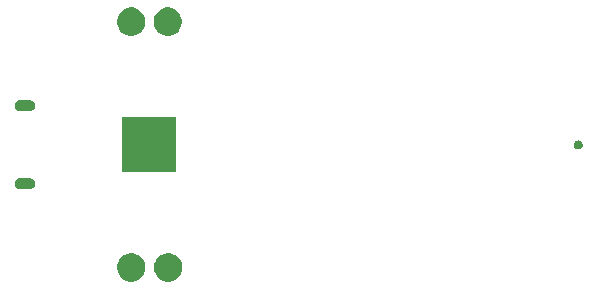
<source format=gbs>
G04 #@! TF.GenerationSoftware,KiCad,Pcbnew,(5.1.5-0-10_14)*
G04 #@! TF.CreationDate,2020-08-04T13:19:53-04:00*
G04 #@! TF.ProjectId,shio,7368696f-2e6b-4696-9361-645f70636258,rev?*
G04 #@! TF.SameCoordinates,Original*
G04 #@! TF.FileFunction,Soldermask,Bot*
G04 #@! TF.FilePolarity,Negative*
%FSLAX46Y46*%
G04 Gerber Fmt 4.6, Leading zero omitted, Abs format (unit mm)*
G04 Created by KiCad (PCBNEW (5.1.5-0-10_14)) date 2020-08-04 13:19:53*
%MOMM*%
%LPD*%
G04 APERTURE LIST*
%ADD10C,0.100000*%
G04 APERTURE END LIST*
D10*
G36*
X151977318Y-109245153D02*
G01*
X152195885Y-109335687D01*
X152195887Y-109335688D01*
X152392593Y-109467122D01*
X152559878Y-109634407D01*
X152691312Y-109831113D01*
X152691313Y-109831115D01*
X152781847Y-110049682D01*
X152828000Y-110281710D01*
X152828000Y-110518290D01*
X152781847Y-110750318D01*
X152691313Y-110968885D01*
X152691312Y-110968887D01*
X152559878Y-111165593D01*
X152392593Y-111332878D01*
X152195887Y-111464312D01*
X152195886Y-111464313D01*
X152195885Y-111464313D01*
X151977318Y-111554847D01*
X151745290Y-111601000D01*
X151508710Y-111601000D01*
X151276682Y-111554847D01*
X151058115Y-111464313D01*
X151058114Y-111464313D01*
X151058113Y-111464312D01*
X150861407Y-111332878D01*
X150694122Y-111165593D01*
X150562688Y-110968887D01*
X150562687Y-110968885D01*
X150472153Y-110750318D01*
X150426000Y-110518290D01*
X150426000Y-110281710D01*
X150472153Y-110049682D01*
X150562687Y-109831115D01*
X150562688Y-109831113D01*
X150694122Y-109634407D01*
X150861407Y-109467122D01*
X151058113Y-109335688D01*
X151058115Y-109335687D01*
X151276682Y-109245153D01*
X151508710Y-109199000D01*
X151745290Y-109199000D01*
X151977318Y-109245153D01*
G37*
G36*
X148850318Y-109245153D02*
G01*
X149068885Y-109335687D01*
X149068887Y-109335688D01*
X149265593Y-109467122D01*
X149432878Y-109634407D01*
X149564312Y-109831113D01*
X149564313Y-109831115D01*
X149654847Y-110049682D01*
X149701000Y-110281710D01*
X149701000Y-110518290D01*
X149654847Y-110750318D01*
X149564313Y-110968885D01*
X149564312Y-110968887D01*
X149432878Y-111165593D01*
X149265593Y-111332878D01*
X149068887Y-111464312D01*
X149068886Y-111464313D01*
X149068885Y-111464313D01*
X148850318Y-111554847D01*
X148618290Y-111601000D01*
X148381710Y-111601000D01*
X148149682Y-111554847D01*
X147931115Y-111464313D01*
X147931114Y-111464313D01*
X147931113Y-111464312D01*
X147734407Y-111332878D01*
X147567122Y-111165593D01*
X147435688Y-110968887D01*
X147435687Y-110968885D01*
X147345153Y-110750318D01*
X147299000Y-110518290D01*
X147299000Y-110281710D01*
X147345153Y-110049682D01*
X147435687Y-109831115D01*
X147435688Y-109831113D01*
X147567122Y-109634407D01*
X147734407Y-109467122D01*
X147931113Y-109335688D01*
X147931115Y-109335687D01*
X148149682Y-109245153D01*
X148381710Y-109199000D01*
X148618290Y-109199000D01*
X148850318Y-109245153D01*
G37*
G36*
X139948213Y-102806249D02*
G01*
X140042652Y-102834897D01*
X140129687Y-102881418D01*
X140205975Y-102944025D01*
X140268582Y-103020313D01*
X140315103Y-103107348D01*
X140343751Y-103201787D01*
X140353424Y-103300000D01*
X140343751Y-103398213D01*
X140315103Y-103492652D01*
X140268582Y-103579687D01*
X140205975Y-103655975D01*
X140129687Y-103718582D01*
X140042652Y-103765103D01*
X139948213Y-103793751D01*
X139874612Y-103801000D01*
X139125388Y-103801000D01*
X139051787Y-103793751D01*
X138957348Y-103765103D01*
X138870313Y-103718582D01*
X138794025Y-103655975D01*
X138731418Y-103579687D01*
X138684897Y-103492652D01*
X138656249Y-103398213D01*
X138646576Y-103300000D01*
X138656249Y-103201787D01*
X138684897Y-103107348D01*
X138731418Y-103020313D01*
X138794025Y-102944025D01*
X138870313Y-102881418D01*
X138957348Y-102834897D01*
X139051787Y-102806249D01*
X139125388Y-102799000D01*
X139874612Y-102799000D01*
X139948213Y-102806249D01*
G37*
G36*
X152300000Y-102300000D02*
G01*
X147700000Y-102300000D01*
X147700000Y-97700000D01*
X152300000Y-97700000D01*
X152300000Y-102300000D01*
G37*
G36*
X186464672Y-99668449D02*
G01*
X186464674Y-99668450D01*
X186464675Y-99668450D01*
X186533103Y-99696793D01*
X186594686Y-99737942D01*
X186647058Y-99790314D01*
X186688207Y-99851897D01*
X186716550Y-99920325D01*
X186731000Y-99992967D01*
X186731000Y-100067033D01*
X186716550Y-100139675D01*
X186688207Y-100208103D01*
X186647058Y-100269686D01*
X186594686Y-100322058D01*
X186533103Y-100363207D01*
X186464675Y-100391550D01*
X186464674Y-100391550D01*
X186464672Y-100391551D01*
X186392034Y-100406000D01*
X186317966Y-100406000D01*
X186245328Y-100391551D01*
X186245326Y-100391550D01*
X186245325Y-100391550D01*
X186176897Y-100363207D01*
X186115314Y-100322058D01*
X186062942Y-100269686D01*
X186021793Y-100208103D01*
X185993450Y-100139675D01*
X185979000Y-100067033D01*
X185979000Y-99992967D01*
X185993450Y-99920325D01*
X186021793Y-99851897D01*
X186062942Y-99790314D01*
X186115314Y-99737942D01*
X186176897Y-99696793D01*
X186245325Y-99668450D01*
X186245326Y-99668450D01*
X186245328Y-99668449D01*
X186317966Y-99654000D01*
X186392034Y-99654000D01*
X186464672Y-99668449D01*
G37*
G36*
X139948213Y-96206249D02*
G01*
X140042652Y-96234897D01*
X140129687Y-96281418D01*
X140205975Y-96344025D01*
X140268582Y-96420313D01*
X140315103Y-96507348D01*
X140343751Y-96601787D01*
X140353424Y-96700000D01*
X140343751Y-96798213D01*
X140315103Y-96892652D01*
X140268582Y-96979687D01*
X140205975Y-97055975D01*
X140129687Y-97118582D01*
X140042652Y-97165103D01*
X139948213Y-97193751D01*
X139874612Y-97201000D01*
X139125388Y-97201000D01*
X139051787Y-97193751D01*
X138957348Y-97165103D01*
X138870313Y-97118582D01*
X138794025Y-97055975D01*
X138731418Y-96979687D01*
X138684897Y-96892652D01*
X138656249Y-96798213D01*
X138646576Y-96700000D01*
X138656249Y-96601787D01*
X138684897Y-96507348D01*
X138731418Y-96420313D01*
X138794025Y-96344025D01*
X138870313Y-96281418D01*
X138957348Y-96234897D01*
X139051787Y-96206249D01*
X139125388Y-96199000D01*
X139874612Y-96199000D01*
X139948213Y-96206249D01*
G37*
G36*
X151950318Y-88445153D02*
G01*
X152168885Y-88535687D01*
X152168887Y-88535688D01*
X152365593Y-88667122D01*
X152532878Y-88834407D01*
X152664312Y-89031113D01*
X152664313Y-89031115D01*
X152754847Y-89249682D01*
X152801000Y-89481710D01*
X152801000Y-89718290D01*
X152754847Y-89950318D01*
X152664313Y-90168885D01*
X152664312Y-90168887D01*
X152532878Y-90365593D01*
X152365593Y-90532878D01*
X152168887Y-90664312D01*
X152168886Y-90664313D01*
X152168885Y-90664313D01*
X151950318Y-90754847D01*
X151718290Y-90801000D01*
X151481710Y-90801000D01*
X151249682Y-90754847D01*
X151031115Y-90664313D01*
X151031114Y-90664313D01*
X151031113Y-90664312D01*
X150834407Y-90532878D01*
X150667122Y-90365593D01*
X150535688Y-90168887D01*
X150535687Y-90168885D01*
X150445153Y-89950318D01*
X150399000Y-89718290D01*
X150399000Y-89481710D01*
X150445153Y-89249682D01*
X150535687Y-89031115D01*
X150535688Y-89031113D01*
X150667122Y-88834407D01*
X150834407Y-88667122D01*
X151031113Y-88535688D01*
X151031115Y-88535687D01*
X151249682Y-88445153D01*
X151481710Y-88399000D01*
X151718290Y-88399000D01*
X151950318Y-88445153D01*
G37*
G36*
X148850318Y-88445153D02*
G01*
X149068885Y-88535687D01*
X149068887Y-88535688D01*
X149265593Y-88667122D01*
X149432878Y-88834407D01*
X149564312Y-89031113D01*
X149564313Y-89031115D01*
X149654847Y-89249682D01*
X149701000Y-89481710D01*
X149701000Y-89718290D01*
X149654847Y-89950318D01*
X149564313Y-90168885D01*
X149564312Y-90168887D01*
X149432878Y-90365593D01*
X149265593Y-90532878D01*
X149068887Y-90664312D01*
X149068886Y-90664313D01*
X149068885Y-90664313D01*
X148850318Y-90754847D01*
X148618290Y-90801000D01*
X148381710Y-90801000D01*
X148149682Y-90754847D01*
X147931115Y-90664313D01*
X147931114Y-90664313D01*
X147931113Y-90664312D01*
X147734407Y-90532878D01*
X147567122Y-90365593D01*
X147435688Y-90168887D01*
X147435687Y-90168885D01*
X147345153Y-89950318D01*
X147299000Y-89718290D01*
X147299000Y-89481710D01*
X147345153Y-89249682D01*
X147435687Y-89031115D01*
X147435688Y-89031113D01*
X147567122Y-88834407D01*
X147734407Y-88667122D01*
X147931113Y-88535688D01*
X147931115Y-88535687D01*
X148149682Y-88445153D01*
X148381710Y-88399000D01*
X148618290Y-88399000D01*
X148850318Y-88445153D01*
G37*
M02*

</source>
